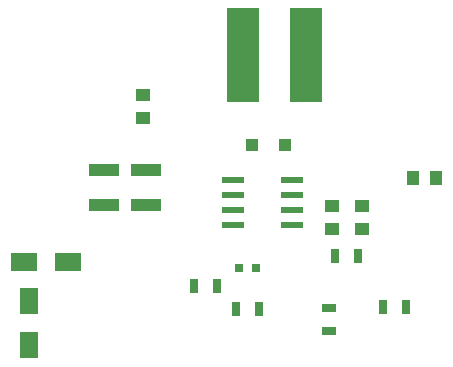
<source format=gbr>
G04 #@! TF.FileFunction,Paste,Top*
%FSLAX46Y46*%
G04 Gerber Fmt 4.6, Leading zero omitted, Abs format (unit mm)*
G04 Created by KiCad (PCBNEW 4.0.7) date 2018 January 03, Wednesday 22:06:31*
%MOMM*%
%LPD*%
G01*
G04 APERTURE LIST*
%ADD10C,0.100000*%
%ADD11R,1.000000X1.250000*%
%ADD12R,2.500000X1.000000*%
%ADD13R,1.250000X1.000000*%
%ADD14R,0.800000X0.750000*%
%ADD15R,0.700000X1.300000*%
%ADD16R,1.300000X0.700000*%
%ADD17R,1.100000X1.100000*%
%ADD18R,1.981200X0.558800*%
%ADD19R,2.705100X8.001000*%
%ADD20R,2.180400X1.630000*%
%ADD21R,1.630000X2.180400*%
G04 APERTURE END LIST*
D10*
D11*
X106950000Y-67818000D03*
X108950000Y-67818000D03*
D12*
X80772000Y-70080000D03*
X80772000Y-67080000D03*
X84328000Y-70080000D03*
X84328000Y-67080000D03*
D13*
X84074000Y-60722000D03*
X84074000Y-62722000D03*
X100076000Y-72120000D03*
X100076000Y-70120000D03*
X102616000Y-72120000D03*
X102616000Y-70120000D03*
D14*
X92214000Y-75387200D03*
X93714000Y-75387200D03*
D15*
X88458000Y-76962000D03*
X90358000Y-76962000D03*
X92014000Y-78841600D03*
X93914000Y-78841600D03*
X106360000Y-78740000D03*
X104460000Y-78740000D03*
X100396000Y-74422000D03*
X102296000Y-74422000D03*
D16*
X99822000Y-78806000D03*
X99822000Y-80706000D03*
D17*
X96142000Y-65024000D03*
X93342000Y-65024000D03*
D18*
X91770200Y-67945000D03*
X91770200Y-69215000D03*
X91770200Y-70485000D03*
X91770200Y-71755000D03*
X96697800Y-71755000D03*
X96697800Y-70485000D03*
X96697800Y-69215000D03*
X96697800Y-67945000D03*
D19*
X97904300Y-57404000D03*
X92595700Y-57404000D03*
D20*
X74009600Y-74930000D03*
X77724000Y-74930000D03*
D21*
X74422000Y-78232000D03*
X74422000Y-81946400D03*
M02*

</source>
